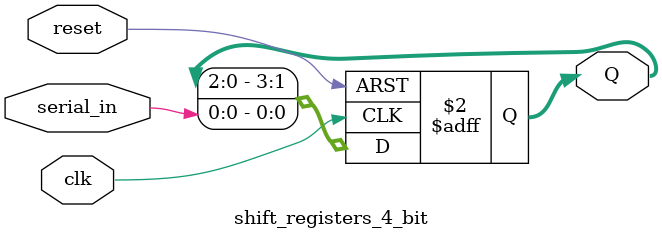
<source format=v>
module shift_registers_4_bit(input clk, reset, serial_in, output reg [3:0] Q);
    always @(posedge clk or posedge reset) begin
        if(reset)
            Q <= 0;
        else
            Q <= {Q[2:0], serial_in};
    end
endmodule
</source>
